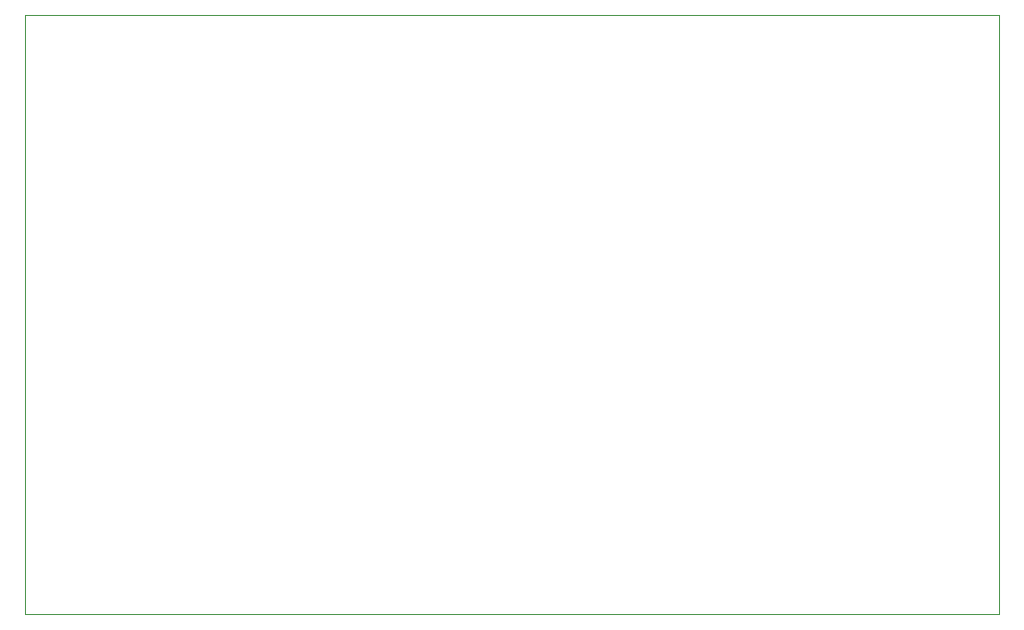
<source format=gm1>
%TF.GenerationSoftware,KiCad,Pcbnew,(6.0.5)*%
%TF.CreationDate,2023-06-12T09:36:05-03:00*%
%TF.ProjectId,deforminator,6465666f-726d-4696-9e61-746f722e6b69,rev?*%
%TF.SameCoordinates,Original*%
%TF.FileFunction,Profile,NP*%
%FSLAX46Y46*%
G04 Gerber Fmt 4.6, Leading zero omitted, Abs format (unit mm)*
G04 Created by KiCad (PCBNEW (6.0.5)) date 2023-06-12 09:36:05*
%MOMM*%
%LPD*%
G01*
G04 APERTURE LIST*
%TA.AperFunction,Profile*%
%ADD10C,0.100000*%
%TD*%
G04 APERTURE END LIST*
D10*
X177800000Y-69850000D02*
X95250000Y-69850000D01*
X95250000Y-69850000D02*
X95250000Y-120650000D01*
X95250000Y-120650000D02*
X177800000Y-120650000D01*
X177800000Y-120650000D02*
X177800000Y-69850000D01*
M02*

</source>
